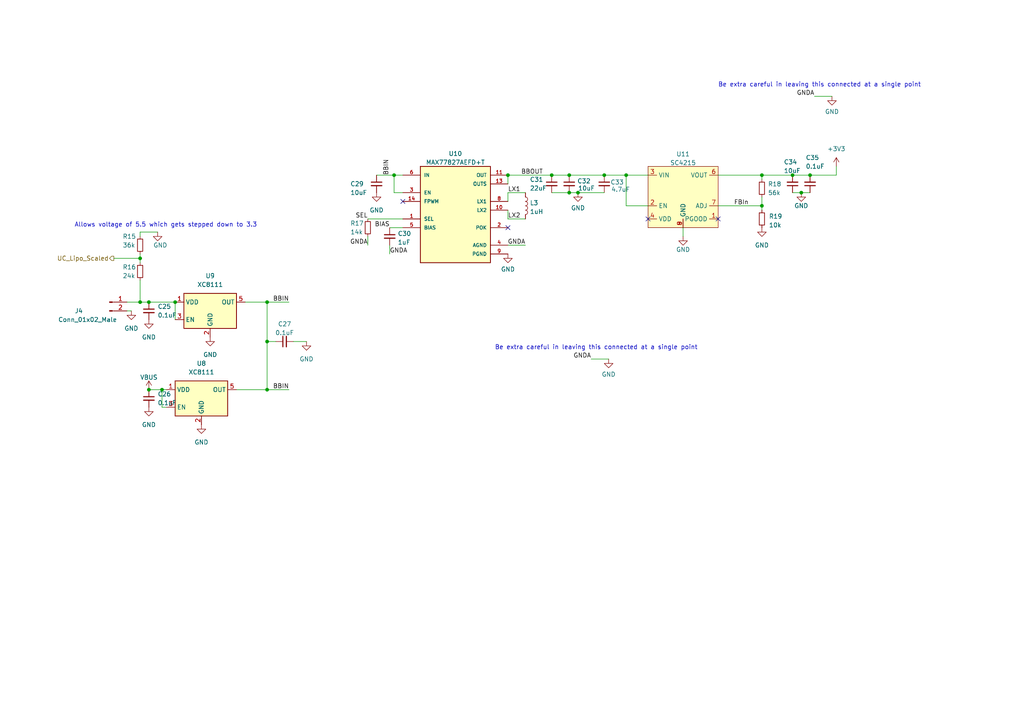
<source format=kicad_sch>
(kicad_sch (version 20231120) (generator "eeschema") (generator_version "8.0")
  (paper "A4")
  (lib_symbols
    (symbol "Analog_Switch:MAX40200AUK"
      (property "Reference" "U" (at -6.35 6.35 0))
      (property "Value" "MAX40200AUK" (at 7.62 6.35 0))
      (symbol "MAX40200AUK_1_1"
        (rectangle (start -7.62 -5.08) (end 7.62 5.08) (stroke (width 0.254)) (fill (type background)))
        (pin power_in line (at -10.16 2.54 0) (length 2.54) (name "VDD") (number "1"))
        (pin power_in line (at 0 -7.62 90) (length 2.54) (name "GND") (number "2"))
        (pin input line (at -10.16 -2.54 0) (length 2.54) (name "EN") (number "3"))
        (pin no_connect line (at 7.62 -2.54 180) (length 2.54) hide (name "NC") (number "4"))
        (pin passive line (at 10.16 2.54 180) (length 2.54) (name "OUT") (number "5"))
      )
    )
    (symbol "Connector:Conn_01x02_Male" (pin_names (offset 1.016) hide)
      (property "Reference" "J" (at 0 2.54 0))
      (property "Value" "Conn_01x02_Male" (at 0 -5.08 0))
      (symbol "Conn_01x02_Male_1_1"
        (polyline (pts (xy 1.27 -2.54) (xy 0.8636 -2.54)) (stroke (width 0.1524)))
        (polyline (pts (xy 1.27 0) (xy 0.8636 0)) (stroke (width 0.1524)))
        (rectangle (start 0.8636 -2.413) (end 0 -2.667) (stroke (width 0.1524)) (fill (type outline)))
        (rectangle (start 0.8636 0.127) (end 0 -0.127) (stroke (width 0.1524)) (fill (type outline)))
        (pin passive line (at 5.08 0 180) (length 3.81) (name "Pin_1") (number "1"))
        (pin passive line (at 5.08 -2.54 180) (length 3.81) (name "Pin_2") (number "2"))
      )
    )
    (symbol "Device:C_Small" (pin_numbers hide) (pin_names (offset 0.254) hide)
      (property "Reference" "C" (at 0.254 1.778 0))
      (property "Value" "C_Small" (at 0.254 -2.032 0))
      (symbol "C_Small_0_1"
        (polyline (pts (xy -1.524 -0.508) (xy 1.524 -0.508)) (stroke (width 0.3302)))
        (polyline (pts (xy -1.524 0.508) (xy 1.524 0.508)) (stroke (width 0.3048)))
      )
      (symbol "C_Small_1_1"
        (pin passive line (at 0 2.54 270) (length 2.032) (name "~") (number "1"))
        (pin passive line (at 0 -2.54 90) (length 2.032) (name "~") (number "2"))
      )
    )
    (symbol "Device:L" (pin_numbers hide) (pin_names (offset 1.016) hide)
      (property "Reference" "L" (at -1.27 0 90))
      (property "Value" "L" (at 1.905 0 90))
      (symbol "L_0_1"
        (arc (start 0 -2.54) (mid 0.6323 -1.905) (end 0 -1.27))
        (arc (start 0 -1.27) (mid 0.6323 -0.635) (end 0 0))
        (arc (start 0 0) (mid 0.6323 0.635) (end 0 1.27))
        (arc (start 0 1.27) (mid 0.6323 1.905) (end 0 2.54))
      )
      (symbol "L_1_1"
        (pin passive line (at 0 3.81 270) (length 1.27) (name "1") (number "1"))
        (pin passive line (at 0 -3.81 90) (length 1.27) (name "2") (number "2"))
      )
    )
    (symbol "Device:R_Small" (pin_numbers hide) (pin_names (offset 0.254) hide)
      (property "Reference" "R" (at 0.762 0.508 0))
      (property "Value" "R_Small" (at 0.762 -1.016 0))
      (symbol "R_Small_0_1"
        (rectangle (start -0.762 1.778) (end 0.762 -1.778) (stroke (width 0.2032)))
      )
      (symbol "R_Small_1_1"
        (pin passive line (at 0 2.54 270) (length 0.762) (name "~") (number "1"))
        (pin passive line (at 0 -2.54 90) (length 0.762) (name "~") (number "2"))
      )
    )
    (symbol "iclr:MAX77827AEFD+T" (pin_names (offset 1.016))
      (property "Reference" "U?" (at -10.16 13.208 0))
      (property "Value" "MAX77827AEFD+T" (at -10.16 -17.78 0))
      (symbol "MAX77827AEFD+T_0_0"
        (rectangle (start -10.16 -15.24) (end 10.16 12.7) (stroke (width 0.254)) (fill (type background)))
        (pin passive line (at -15.24 -2.54 0) (length 5.08) (name "SEL") (number "1"))
        (pin passive line (at 15.24 0 180) (length 5.08) (name "LX2") (number "10"))
        (pin output line (at 15.24 10.16 180) (length 5.08) (name "OUT") (number "11"))
        (pin input line (at 15.24 7.62 180) (length 5.08) (name "OUTS") (number "13"))
        (pin input line (at -15.24 2.54 0) (length 5.08) (name "FPWM") (number "14"))
        (pin output line (at 15.24 -5.08 180) (length 5.08) (name "POK") (number "2"))
        (pin input line (at -15.24 5.08 0) (length 5.08) (name "EN") (number "3"))
        (pin power_in line (at 15.24 -10.16 180) (length 5.08) (name "AGND") (number "4"))
        (pin passive line (at -15.24 -5.08 0) (length 5.08) (name "BIAS") (number "5"))
        (pin input line (at -15.24 10.16 0) (length 5.08) (name "IN") (number "6"))
        (pin passive line (at 15.24 2.54 180) (length 5.08) (name "LX1") (number "8"))
        (pin power_in line (at 15.24 -12.7 180) (length 5.08) (name "PGND") (number "9"))
      )
    )
    (symbol "iclr:RT9025-25GSP"
      (property "Reference" "U6" (at 0 4.8428 0))
      (property "Value" "RT9025-25GSP" (at 0 2.3059 0))
      (symbol "RT9025-25GSP_1_1"
        (rectangle (start -10.16 1.27) (end 10.16 -16.51) (fill (type background)))
        (pin output line (at 10.16 -13.97 180) (length 2.54) (name "PGOOD") (number "1"))
        (pin input line (at -10.16 -10.16 0) (length 2.54) (name "EN") (number "2"))
        (pin input line (at -10.16 -1.27 0) (length 2.54) (name "VIN") (number "3"))
        (pin input line (at -10.16 -13.97 0) (length 2.54) (name "VDD") (number "4"))
        (pin output line (at 10.16 -1.27 180) (length 2.54) (name "VOUT") (number "6"))
        (pin input line (at 10.16 -10.16 180) (length 2.54) (name "ADJ") (number "7"))
        (pin input line (at 0 -16.51 90) (length 2.54) (name "GND") (number "8"))
        (pin input line (at 0 -16.51 90) (length 2.54) (name "GND") (number "9"))
      )
    )
    (symbol "power:+3.3V" (power) (pin_names (offset 0))
      (property "Value" "+3.3V" (at 0 3.556 0))
      (symbol "+3.3V_0_1"
        (polyline (pts (xy -0.762 1.27) (xy 0 2.54)))
        (polyline (pts (xy 0 0) (xy 0 2.54)))
        (polyline (pts (xy 0 2.54) (xy 0.762 1.27)))
      )
      (symbol "+3.3V_1_1"
        (pin power_in line (at 0 0 90) (length 0) hide (name "+3V3") (number "1"))
      )
    )
    (symbol "power:GND" (power) (pin_names (offset 0))
      (property "Value" "GND" (at 0 -3.81 0))
      (symbol "GND_0_1"
        (polyline (pts (xy 0 0) (xy 0 -1.27) (xy 1.27 -1.27) (xy 0 -2.54) (xy -1.27 -1.27) (xy 0 -1.27)))
      )
      (symbol "GND_1_1"
        (pin power_in line (at 0 0 270) (length 0) hide (name "GND") (number "1"))
      )
    )
    (symbol "power:VBUS" (power) (pin_names (offset 0))
      (property "Value" "VBUS" (at 0 3.81 0))
      (symbol "VBUS_0_1"
        (polyline (pts (xy -0.762 1.27) (xy 0 2.54)))
        (polyline (pts (xy 0 0) (xy 0 2.54)))
        (polyline (pts (xy 0 2.54) (xy 0.762 1.27)))
      )
      (symbol "VBUS_1_1"
        (pin power_in line (at 0 0 90) (length 0) hide (name "VBUS") (number "1"))
      )
    )
  )
  (junction (at 165.1 50.8))
  (junction (at 50.8 87.63))
  (junction (at 220.98 50.8))
  (junction (at 167.64 55.88))
  (junction (at 40.64 74.93))
  (junction (at 40.64 87.63))
  (junction (at 43.18 87.63))
  (junction (at 229.87 50.8))
  (junction (at 77.47 113.03))
  (junction (at 175.26 50.8))
  (junction (at 232.41 55.88))
  (junction (at 147.32 50.8))
  (junction (at 77.47 99.06))
  (junction (at 220.98 59.69))
  (junction (at 43.18 113.03))
  (junction (at 114.3 50.8))
  (junction (at 160.02 50.8))
  (junction (at 77.47 87.63))
  (junction (at 46.99 113.03))
  (junction (at 165.1 55.88))
  (junction (at 234.95 50.8))
  (junction (at 181.61 50.8))
  (no_connect (at 147.32 66.04))
  (no_connect (at 116.84 58.42))
  (no_connect (at 208.28 63.5))
  (no_connect (at 187.96 63.5))
  (wire (pts (xy 40.64 74.93) (xy 33.02 74.93)))
  (wire (pts (xy 114.3 55.88) (xy 116.84 55.88)))
  (wire (pts (xy 171.45 104.14) (xy 176.53 104.14)))
  (wire (pts (xy 147.32 50.8) (xy 160.02 50.8)))
  (wire (pts (xy 40.64 67.31) (xy 45.72 67.31)))
  (wire (pts (xy 160.02 50.8) (xy 165.1 50.8)))
  (wire (pts (xy 220.98 50.8) (xy 220.98 52.07)))
  (wire (pts (xy 80.01 99.06) (xy 77.47 99.06)))
  (wire (pts (xy 147.32 55.88) (xy 152.4 55.88)))
  (wire (pts (xy 198.12 68.58) (xy 198.12 66.04)))
  (wire (pts (xy 181.61 50.8) (xy 181.61 59.69)))
  (wire (pts (xy 160.02 55.88) (xy 165.1 55.88)))
  (wire (pts (xy 208.28 50.8) (xy 220.98 50.8)))
  (wire (pts (xy 147.32 63.5) (xy 147.32 60.96)))
  (wire (pts (xy 77.47 99.06) (xy 77.47 87.63)))
  (wire (pts (xy 181.61 50.8) (xy 187.96 50.8)))
  (wire (pts (xy 40.64 87.63) (xy 43.18 87.63)))
  (wire (pts (xy 106.68 63.5) (xy 116.84 63.5)))
  (wire (pts (xy 147.32 71.12) (xy 152.4 71.12)))
  (wire (pts (xy 234.95 50.8) (xy 242.57 50.8)))
  (wire (pts (xy 220.98 57.15) (xy 220.98 59.69)))
  (wire (pts (xy 147.32 58.42) (xy 147.32 55.88)))
  (wire (pts (xy 85.09 99.06) (xy 88.9 99.06)))
  (wire (pts (xy 165.1 50.8) (xy 175.26 50.8)))
  (wire (pts (xy 40.64 74.93) (xy 40.64 76.2)))
  (wire (pts (xy 229.87 55.88) (xy 232.41 55.88)))
  (wire (pts (xy 114.3 50.8) (xy 114.3 55.88)))
  (wire (pts (xy 242.57 48.26) (xy 242.57 50.8)))
  (wire (pts (xy 181.61 59.69) (xy 187.96 59.69)))
  (wire (pts (xy 167.64 55.88) (xy 175.26 55.88)))
  (wire (pts (xy 175.26 50.8) (xy 181.61 50.8)))
  (wire (pts (xy 77.47 87.63) (xy 83.82 87.63)))
  (wire (pts (xy 106.68 71.12) (xy 106.68 68.58)))
  (wire (pts (xy 208.28 59.69) (xy 220.98 59.69)))
  (wire (pts (xy 43.18 87.63) (xy 50.8 87.63)))
  (wire (pts (xy 77.47 99.06) (xy 77.47 113.03)))
  (wire (pts (xy 229.87 50.8) (xy 234.95 50.8)))
  (wire (pts (xy 152.4 63.5) (xy 147.32 63.5)))
  (wire (pts (xy 232.41 55.88) (xy 234.95 55.88)))
  (wire (pts (xy 43.18 113.03) (xy 46.99 113.03)))
  (wire (pts (xy 167.64 55.88) (xy 165.1 55.88)))
  (wire (pts (xy 236.22 27.94) (xy 241.3 27.94)))
  (wire (pts (xy 109.22 50.8) (xy 114.3 50.8)))
  (wire (pts (xy 40.64 73.66) (xy 40.64 74.93)))
  (wire (pts (xy 48.26 118.11) (xy 46.99 118.11)))
  (wire (pts (xy 147.32 53.34) (xy 147.32 50.8)))
  (wire (pts (xy 113.03 66.04) (xy 116.84 66.04)))
  (wire (pts (xy 40.64 81.28) (xy 40.64 87.63)))
  (wire (pts (xy 36.83 90.17) (xy 38.1 90.17)))
  (wire (pts (xy 77.47 113.03) (xy 83.82 113.03)))
  (wire (pts (xy 114.3 50.8) (xy 116.84 50.8)))
  (wire (pts (xy 46.99 113.03) (xy 48.26 113.03)))
  (wire (pts (xy 40.64 68.58) (xy 40.64 67.31)))
  (wire (pts (xy 50.8 87.63) (xy 50.8 92.71)))
  (wire (pts (xy 71.12 87.63) (xy 77.47 87.63)))
  (wire (pts (xy 36.83 87.63) (xy 40.64 87.63)))
  (wire (pts (xy 220.98 59.69) (xy 220.98 60.96)))
  (wire (pts (xy 46.99 118.11) (xy 46.99 113.03)))
  (wire (pts (xy 220.98 50.8) (xy 229.87 50.8)))
  (wire (pts (xy 113.03 73.66) (xy 113.03 71.12)))
  (wire (pts (xy 68.58 113.03) (xy 77.47 113.03)))
  (text "Be extra careful in leaving this connected at a single point\n" (at 143.51 101.6 0) (effects (font (size 1.27 1.27)) (justify left bottom)))
  (text "Allows voltage of 5.5 which gets stepped down to 3.3" (at 21.59 66.04 0) (effects (font (size 1.27 1.27)) (justify left bottom)))
  (text "Be extra careful in leaving this connected at a single point\n" (at 208.28 25.4 0) (effects (font (size 1.27 1.27)) (justify left bottom)))
  (label "GNDA" (at 113.03 73.66 0))
  (label "FBIn" (at 217.17 59.69 180))
  (label "BIAS" (at 113.03 66.04 180))
  (label "BBIN" (at 83.82 87.63 180))
  (label "LX2" (at 147.32 63.5 0))
  (label "GNDA" (at 236.22 27.94 180))
  (label "GNDA" (at 106.68 71.12 180))
  (label "SEL" (at 106.68 63.5 180))
  (label "BBIN" (at 83.82 113.03 180))
  (label "GNDA" (at 152.4 71.12 180))
  (label "BBOUT" (at 151.13 50.8 0))
  (label "LX1" (at 147.32 55.88 0))
  (label "GNDA" (at 171.45 104.14 180))
  (label "BBIN" (at 113.03 50.8 90))
  (hierarchical_label "UC_Lipo_Scaled" (shape output) (at 33.02 74.93 180))
  (symbol (lib_id "Device:R_Small") (at 106.68 66.04 0) (unit 1)
    (property "Reference" "R17" (at 101.6 64.77 0) (effects (justify left)))
    (property "Value" "14k" (at 101.6 67.3069 0) (effects (justify left)))
    (property "Footprint" "Resistor_SMD:R_0402_1005Metric" (effects (hide yes)))
  )
  (symbol (lib_id "power:GND") (at 58.42 123.19 0) (unit 1)
    (property "Reference" "#PWR057" (effects (hide yes)))
    (property "Value" "GND" (at 58.42 128.27 0))
  )
  (symbol (lib_id "Device:C_Small") (at 234.95 53.34 180) (unit 1)
    (property "Reference" "C35" (at 233.68 45.72 0) (effects (justify right)))
    (property "Value" "0.1uF" (at 233.68 48.26 0) (effects (justify right)))
    (property "Footprint" "Capacitor_SMD:C_0402_1005Metric" (effects (hide yes)))
  )
  (symbol (lib_id "power:GND") (at 60.96 97.79 0) (unit 1)
    (property "Reference" "#PWR058" (effects (hide yes)))
    (property "Value" "GND" (at 60.96 102.87 0))
  )
  (symbol (lib_id "Device:C_Small") (at 165.1 53.34 0) (unit 1)
    (property "Reference" "C32" (at 167.4241 52.5116 0) (effects (justify left)))
    (property "Value" "10uF" (at 167.64 54.61 0) (effects (justify left)))
    (property "Footprint" "Capacitor_SMD:C_0402_1005Metric" (effects (hide yes)))
  )
  (symbol (lib_id "power:VBUS") (at 43.18 113.03 0) (unit 1)
    (property "Reference" "#PWR054" (effects (hide yes)))
    (property "Value" "VBUS" (at 43.18 109.4542 0))
  )
  (symbol (lib_id "Device:L") (at 152.4 59.69 0) (unit 1)
    (property "Reference" "L3" (at 153.67 58.8553 0) (effects (justify left)))
    (property "Value" "1uH" (at 153.67 61.3922 0) (effects (justify left)))
    (property "Footprint" "Inductor_SMD:L_0805_2012Metric" (effects (hide yes)))
  )
  (symbol (lib_id "power:GND") (at 88.9 99.06 0) (unit 1)
    (property "Reference" "#PWR059" (effects (hide yes)))
    (property "Value" "GND" (at 88.9 104.14 0))
  )
  (symbol (lib_id "Device:R_Small") (at 220.98 63.5 0) (unit 1)
    (property "Reference" "R19" (at 222.994 62.7497 0) (effects (justify left)))
    (property "Value" "10k" (at 222.994 65.2897 0) (effects (justify left)))
    (property "Footprint" "Resistor_SMD:R_0402_1005Metric" (effects (hide yes)))
  )
  (symbol (lib_id "Device:C_Small") (at 43.18 115.57 0) (unit 1)
    (property "Reference" "C26" (at 45.72 114.3062 0) (effects (justify left)))
    (property "Value" "0.1uF" (at 45.72 116.8462 0) (effects (justify left)))
    (property "Footprint" "Capacitor_SMD:C_0402_1005Metric" (effects (hide yes)))
  )
  (symbol (lib_id "power:GND") (at 43.18 92.71 0) (unit 1)
    (property "Reference" "#PWR053" (effects (hide yes)))
    (property "Value" "GND" (at 43.18 97.79 0))
  )
  (symbol (lib_id "Analog_Switch:MAX40200AUK") (at 58.42 115.57 0) (unit 1)
    (property "Reference" "U8" (at 58.42 105.41 0))
    (property "Value" "XC8111" (at 58.42 107.95 0))
    (property "Footprint" "Package_TO_SOT_SMD:SOT-23-5" (effects (hide yes)))
    (property "Datasheet" "https://www.torexsemi.com/file/xc8111/XC8111.pdf" (effects (hide yes)))
  )
  (symbol (lib_id "power:GND") (at 167.64 55.88 0) (unit 1)
    (property "Reference" "#PWR063" (effects (hide yes)))
    (property "Value" "GND" (at 167.64 60.3234 0))
  )
  (symbol (lib_id "Device:C_Small") (at 109.22 53.34 0) (unit 1)
    (property "Reference" "C29" (at 101.6 53.34 0) (effects (justify left)))
    (property "Value" "10uF" (at 101.6 55.8769 0) (effects (justify left)))
    (property "Footprint" "Capacitor_SMD:C_0603_1608Metric" (effects (hide yes)))
  )
  (symbol (lib_id "power:GND") (at 232.41 55.88 0) (unit 1)
    (property "Reference" "#PWR069" (effects (hide yes)))
    (property "Value" "GND" (at 232.41 59.69 0))
  )
  (symbol (lib_id "power:GND") (at 43.18 118.11 0) (unit 1)
    (property "Reference" "#PWR055" (effects (hide yes)))
    (property "Value" "GND" (at 43.18 123.19 0))
  )
  (symbol (lib_id "Device:C_Small") (at 43.18 90.17 0) (unit 1)
    (property "Reference" "C25" (at 45.72 88.9062 0) (effects (justify left)))
    (property "Value" "0.1uF" (at 45.72 91.4462 0) (effects (justify left)))
    (property "Footprint" "Capacitor_SMD:C_0402_1005Metric" (effects (hide yes)))
  )
  (symbol (lib_id "power:GND") (at 198.12 68.58 0) (unit 1)
    (property "Reference" "#PWR067" (effects (hide yes)))
    (property "Value" "GND" (at 198.12 72.39 0))
  )
  (symbol (lib_id "Device:C_Small") (at 229.87 53.34 180) (unit 1)
    (property "Reference" "C34" (at 227.33 46.99 0) (effects (justify right)))
    (property "Value" "10uF" (at 227.33 49.53 0) (effects (justify right)))
    (property "Footprint" "Capacitor_SMD:C_0402_1005Metric" (effects (hide yes)))
  )
  (symbol (lib_id "power:GND") (at 109.22 55.88 0) (unit 1)
    (property "Reference" "#PWR061" (effects (hide yes)))
    (property "Value" "GND" (at 109.22 60.96 0))
  )
  (symbol (lib_id "iclr:RT9025-25GSP") (at 198.12 49.53 0) (unit 1)
    (property "Reference" "U11" (at 198.12 44.6872 0))
    (property "Value" "SC4215" (at 198.12 47.2241 0))
    (property "Footprint" "iclr:SOIC127P599X175-9N" (effects (hide yes)))
  )
  (symbol (lib_id "power:GND") (at 38.1 90.17 0) (unit 1)
    (property "Reference" "#PWR052" (effects (hide yes)))
    (property "Value" "GND" (at 38.1 95.25 0))
  )
  (symbol (lib_id "iclr:MAX77827AEFD+T") (at 132.08 60.96 0) (unit 1)
    (property "Reference" "U10" (at 132.08 44.5602 0))
    (property "Value" "MAX77827AEFD+T" (at 132.08 47.0971 0))
    (property "Footprint" "iclr:CONV_MAX77827AEFD+T" (effects (hide yes)))
    (property "MANUFACTURER" "Maxim Integrated" (effects (hide yes)))
    (property "MAXIMUM_PACKAGE_HEIGHT" "0.6mm" (effects (hide yes)))
    (property "PARTREV" "B" (effects (hide yes)))
    (property "STANDARD" "Manufacturer Recommended" (effects (hide yes)))
  )
  (symbol (lib_id "power:GND") (at 220.98 66.04 0) (unit 1)
    (property "Reference" "#PWR068" (effects (hide yes)))
    (property "Value" "GND" (at 220.98 71.12 0))
  )
  (symbol (lib_id "power:GND") (at 147.32 73.66 0) (unit 1)
    (property "Reference" "#PWR062" (effects (hide yes)))
    (property "Value" "GND" (at 147.32 78.1034 0))
  )
  (symbol (lib_id "Device:R_Small") (at 40.64 78.74 180) (unit 1)
    (property "Reference" "R16" (at 35.56 77.47 0) (effects (justify right)))
    (property "Value" "24k" (at 35.56 80.01 0) (effects (justify right)))
    (property "Footprint" "Resistor_SMD:R_0402_1005Metric" (effects (hide yes)))
  )
  (symbol (lib_id "Device:C_Small") (at 82.55 99.06 90) (unit 1)
    (property "Reference" "C27" (at 82.5563 93.98 90))
    (property "Value" "0.1uF" (at 82.5563 96.52 90))
    (property "Footprint" "Capacitor_SMD:C_0402_1005Metric" (effects (hide yes)))
  )
  (symbol (lib_id "Device:C_Small") (at 175.26 53.34 0) (unit 1)
    (property "Reference" "C33" (at 177.0436 52.8468 0) (effects (justify left)))
    (property "Value" "4.7uF" (at 177.2595 54.9452 0) (effects (justify left)))
    (property "Footprint" "Capacitor_SMD:C_0402_1005Metric" (effects (hide yes)))
  )
  (symbol (lib_id "Device:C_Small") (at 160.02 53.34 0) (unit 1)
    (property "Reference" "C31" (at 153.67 52.0731 0) (effects (justify left)))
    (property "Value" "22uF" (at 153.67 54.61 0) (effects (justify left)))
    (property "Footprint" "Capacitor_SMD:C_0603_1608Metric" (effects (hide yes)))
  )
  (symbol (lib_id "Device:R_Small") (at 220.98 54.61 0) (unit 1)
    (property "Reference" "R18" (at 222.7367 53.3805 0) (effects (justify left)))
    (property "Value" "56k" (at 222.7367 55.9205 0) (effects (justify left)))
    (property "Footprint" "Resistor_SMD:R_0402_1005Metric" (effects (hide yes)))
  )
  (symbol (lib_id "Device:C_Small") (at 113.03 68.58 0) (unit 1)
    (property "Reference" "C30" (at 115.3541 67.7516 0) (effects (justify left)))
    (property "Value" "1uF" (at 115.3541 70.2885 0) (effects (justify left)))
    (property "Footprint" "Capacitor_SMD:C_0402_1005Metric" (effects (hide yes)))
  )
  (symbol (lib_id "power:GND") (at 45.72 67.31 0) (unit 1)
    (property "Reference" "#PWR056" (effects (hide yes)))
    (property "Value" "GND" (at 44.45 71.12 0) (effects (justify left)))
  )
  (symbol (lib_id "power:GND") (at 241.3 27.94 0) (unit 1)
    (property "Reference" "#PWR070" (effects (hide yes)))
    (property "Value" "GND" (at 241.3 32.3834 0))
  )
  (symbol (lib_id "power:GND") (at 176.53 104.14 0) (unit 1)
    (property "Reference" "#PWR065" (effects (hide yes)))
    (property "Value" "GND" (at 176.53 108.5834 0))
  )
  (symbol (lib_id "Connector:Conn_01x02_Male") (at 31.75 87.63 0) (unit 1)
    (property "Reference" "J4" (at 22.86 90.17 0))
    (property "Value" "Conn_01x02_Male" (at 25.4 92.71 0))
    (property "Footprint" "Connector_JST:JST_PH_B2B-PH-K_1x02_P2.00mm_Vertical" (effects (hide yes)))
  )
  (symbol (lib_id "Analog_Switch:MAX40200AUK") (at 60.96 90.17 0) (unit 1)
    (property "Reference" "U9" (at 60.96 80.01 0))
    (property "Value" "XC8111" (at 60.96 82.55 0))
    (property "Footprint" "Package_TO_SOT_SMD:SOT-23-5" (effects (hide yes)))
    (property "Datasheet" "https://www.torexsemi.com/file/xc8111/XC8111.pdf" (effects (hide yes)))
  )
  (symbol (lib_id "Device:R_Small") (at 40.64 71.12 180) (unit 1)
    (property "Reference" "R15" (at 35.56 68.58 0) (effects (justify right)))
    (property "Value" "36k" (at 35.56 71.12 0) (effects (justify right)))
    (property "Footprint" "Resistor_SMD:R_0402_1005Metric" (effects (hide yes)))
  )
  (symbol (lib_id "power:+3.3V") (at 242.57 48.26 0) (unit 1)
    (property "Reference" "#PWR071" (effects (hide yes)))
    (property "Value" "+3V3" (at 242.57 43.18 0))
  )
)
</source>
